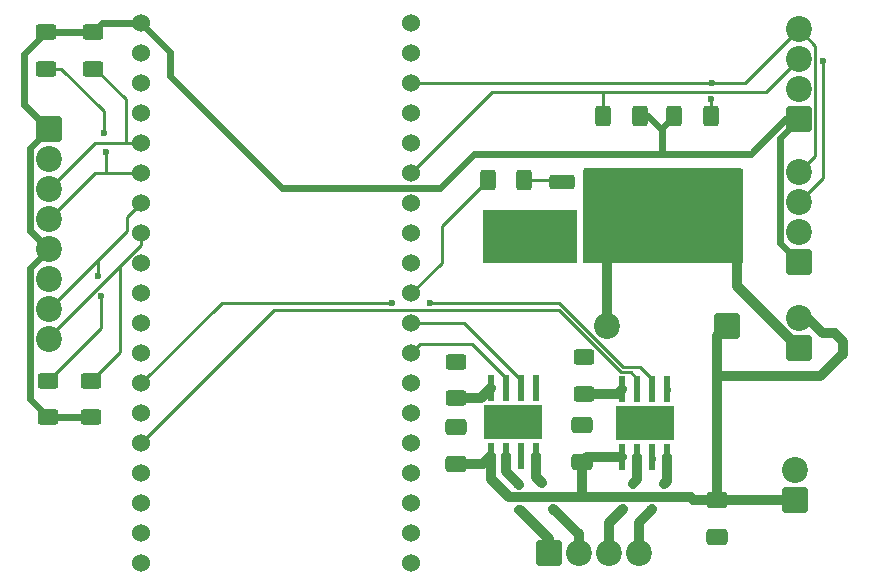
<source format=gtl>
%TF.GenerationSoftware,KiCad,Pcbnew,9.0.5*%
%TF.CreationDate,2025-11-06T15:20:43-08:00*%
%TF.ProjectId,ME507-EMBER,4d453530-372d-4454-9d42-45522e6b6963,rev?*%
%TF.SameCoordinates,Original*%
%TF.FileFunction,Copper,L1,Top*%
%TF.FilePolarity,Positive*%
%FSLAX46Y46*%
G04 Gerber Fmt 4.6, Leading zero omitted, Abs format (unit mm)*
G04 Created by KiCad (PCBNEW 9.0.5) date 2025-11-06 15:20:43*
%MOMM*%
%LPD*%
G01*
G04 APERTURE LIST*
G04 Aperture macros list*
%AMRoundRect*
0 Rectangle with rounded corners*
0 $1 Rounding radius*
0 $2 $3 $4 $5 $6 $7 $8 $9 X,Y pos of 4 corners*
0 Add a 4 corners polygon primitive as box body*
4,1,4,$2,$3,$4,$5,$6,$7,$8,$9,$2,$3,0*
0 Add four circle primitives for the rounded corners*
1,1,$1+$1,$2,$3*
1,1,$1+$1,$4,$5*
1,1,$1+$1,$6,$7*
1,1,$1+$1,$8,$9*
0 Add four rect primitives between the rounded corners*
20,1,$1+$1,$2,$3,$4,$5,0*
20,1,$1+$1,$4,$5,$6,$7,0*
20,1,$1+$1,$6,$7,$8,$9,0*
20,1,$1+$1,$8,$9,$2,$3,0*%
G04 Aperture macros list end*
%TA.AperFunction,SMDPad,CuDef*%
%ADD10RoundRect,0.250000X-0.625000X0.400000X-0.625000X-0.400000X0.625000X-0.400000X0.625000X0.400000X0*%
%TD*%
%TA.AperFunction,SMDPad,CuDef*%
%ADD11RoundRect,0.250000X0.625000X-0.400000X0.625000X0.400000X-0.625000X0.400000X-0.625000X-0.400000X0*%
%TD*%
%TA.AperFunction,SMDPad,CuDef*%
%ADD12RoundRect,0.250000X0.650000X-0.412500X0.650000X0.412500X-0.650000X0.412500X-0.650000X-0.412500X0*%
%TD*%
%TA.AperFunction,ComponentPad*%
%ADD13RoundRect,0.249999X0.850001X-0.850001X0.850001X0.850001X-0.850001X0.850001X-0.850001X-0.850001X0*%
%TD*%
%TA.AperFunction,ComponentPad*%
%ADD14C,2.200000*%
%TD*%
%TA.AperFunction,ComponentPad*%
%ADD15C,1.524000*%
%TD*%
%TA.AperFunction,SMDPad,CuDef*%
%ADD16R,0.500000X2.200000*%
%TD*%
%TA.AperFunction,ComponentPad*%
%ADD17C,0.630000*%
%TD*%
%TA.AperFunction,SMDPad,CuDef*%
%ADD18R,4.900000X2.950000*%
%TD*%
%TA.AperFunction,SMDPad,CuDef*%
%ADD19RoundRect,0.250000X-0.650000X0.412500X-0.650000X-0.412500X0.650000X-0.412500X0.650000X0.412500X0*%
%TD*%
%TA.AperFunction,ComponentPad*%
%ADD20RoundRect,0.249999X-0.850001X-0.850001X0.850001X-0.850001X0.850001X0.850001X-0.850001X0.850001X0*%
%TD*%
%TA.AperFunction,SMDPad,CuDef*%
%ADD21RoundRect,0.250000X0.400000X0.625000X-0.400000X0.625000X-0.400000X-0.625000X0.400000X-0.625000X0*%
%TD*%
%TA.AperFunction,SMDPad,CuDef*%
%ADD22RoundRect,0.250000X-0.850000X-0.350000X0.850000X-0.350000X0.850000X0.350000X-0.850000X0.350000X0*%
%TD*%
%TA.AperFunction,SMDPad,CuDef*%
%ADD23RoundRect,0.249997X-2.950003X-2.650003X2.950003X-2.650003X2.950003X2.650003X-2.950003X2.650003X0*%
%TD*%
%TA.AperFunction,SMDPad,CuDef*%
%ADD24RoundRect,0.250000X-0.400000X-0.625000X0.400000X-0.625000X0.400000X0.625000X-0.400000X0.625000X0*%
%TD*%
%TA.AperFunction,ComponentPad*%
%ADD25RoundRect,0.249999X0.850001X0.850001X-0.850001X0.850001X-0.850001X-0.850001X0.850001X-0.850001X0*%
%TD*%
%TA.AperFunction,ComponentPad*%
%ADD26RoundRect,0.249999X-0.850001X0.850001X-0.850001X-0.850001X0.850001X-0.850001X0.850001X0.850001X0*%
%TD*%
%TA.AperFunction,ViaPad*%
%ADD27C,0.600000*%
%TD*%
%TA.AperFunction,Conductor*%
%ADD28C,0.609600*%
%TD*%
%TA.AperFunction,Conductor*%
%ADD29C,0.254000*%
%TD*%
%TA.AperFunction,Conductor*%
%ADD30C,0.812800*%
%TD*%
G04 APERTURE END LIST*
D10*
%TO.P,R3,1*%
%TO.N,Net-(ESP32-GPIO32{slash}ADC4)*%
X45200000Y-70980000D03*
%TO.P,R3,2*%
%TO.N,+3V3*%
X45200000Y-74080000D03*
%TD*%
D11*
%TO.P,R2,1*%
%TO.N,Net-(ESP32-GPI35{slash}ADC7)*%
X45000000Y-44550000D03*
%TO.P,R2,2*%
%TO.N,+3V3*%
X45000000Y-41450000D03*
%TD*%
D12*
%TO.P,C1,1*%
%TO.N,/Vm*%
X90360000Y-77885000D03*
%TO.P,C1,2*%
%TO.N,GND*%
X90360000Y-74760000D03*
%TD*%
D10*
%TO.P,R8,1*%
%TO.N,GND*%
X79700000Y-69380000D03*
%TO.P,R8,2*%
%TO.N,Net-(U1-ILIM)*%
X79700000Y-72480000D03*
%TD*%
D13*
%TO.P,J2,1,Pin_1*%
%TO.N,+3V3*%
X108720000Y-48860000D03*
D14*
%TO.P,J2,2,Pin_2*%
%TO.N,GND*%
X108720000Y-46320000D03*
%TO.P,J2,3,Pin_3*%
%TO.N,Net-(ESP32-GPIO21{slash}SDA)*%
X108720000Y-43780000D03*
%TO.P,J2,4,Pin_4*%
%TO.N,Net-(ESP32-GPIO22{slash}SCL)*%
X108720000Y-41240000D03*
%TD*%
D12*
%TO.P,C3,1*%
%TO.N,/Vm*%
X79730000Y-77992500D03*
%TO.P,C3,2*%
%TO.N,GND*%
X79730000Y-74867500D03*
%TD*%
D10*
%TO.P,R4,1*%
%TO.N,Net-(ESP32-GPIO33{slash}ADC5)*%
X48840000Y-70980000D03*
%TO.P,R4,2*%
%TO.N,+3V3*%
X48840000Y-74080000D03*
%TD*%
%TO.P,R9,1*%
%TO.N,GND*%
X90530000Y-68982500D03*
%TO.P,R9,2*%
%TO.N,Net-(U2-ILIM)*%
X90530000Y-72082500D03*
%TD*%
D15*
%TO.P,ESP32,1,3V3*%
%TO.N,+3V3*%
X53080000Y-40698283D03*
%TO.P,ESP32,2,~{RST/EN}*%
%TO.N,unconnected-(ESP32-~{RST{slash}EN}-Pad2)*%
X53080000Y-43238283D03*
%TO.P,ESP32,3,GPIO36/ADC0*%
%TO.N,unconnected-(ESP32-GPIO36{slash}ADC0-Pad3)*%
X53080000Y-45778283D03*
%TO.P,ESP32,4,GPI39/ADC3*%
%TO.N,unconnected-(ESP32-GPI39{slash}ADC3-Pad4)*%
X53080000Y-48318283D03*
%TO.P,ESP32,5,GPI34/ADC6*%
%TO.N,Net-(ESP32-GPI34{slash}ADC6)*%
X53080000Y-50858283D03*
%TO.P,ESP32,6,GPI35/ADC7*%
%TO.N,Net-(ESP32-GPI35{slash}ADC7)*%
X53080000Y-53398283D03*
%TO.P,ESP32,7,GPIO32/ADC4*%
%TO.N,Net-(ESP32-GPIO32{slash}ADC4)*%
X53080000Y-55938283D03*
%TO.P,ESP32,8,GPIO33/ADC5*%
%TO.N,Net-(ESP32-GPIO33{slash}ADC5)*%
X53080000Y-58478283D03*
%TO.P,ESP32,9,GPIO25/DAC1*%
%TO.N,unconnected-(ESP32-GPIO25{slash}DAC1-Pad9)*%
X53080000Y-61018283D03*
%TO.P,ESP32,10,GPIO26/DAC2*%
%TO.N,unconnected-(ESP32-GPIO26{slash}DAC2-Pad10)*%
X53080000Y-63558283D03*
%TO.P,ESP32,11,GPIO27*%
%TO.N,unconnected-(ESP32-GPIO27-Pad11)*%
X53080000Y-66098283D03*
%TO.P,ESP32,12,GPIO14*%
%TO.N,unconnected-(ESP32-GPIO14-Pad12)*%
X53080000Y-68638283D03*
%TO.P,ESP32,13,GPIO12*%
%TO.N,Net-(ESP32-GPIO12)*%
X53080000Y-71178283D03*
%TO.P,ESP32,14,GND*%
%TO.N,GND*%
X53080000Y-73718283D03*
%TO.P,ESP32,15,GPIO13*%
%TO.N,Net-(ESP32-GPIO13)*%
X53080000Y-76258283D03*
%TO.P,ESP32,16,(RX1/F-D2)*%
%TO.N,unconnected-(ESP32-(RX1{slash}F-D2)-Pad16)*%
X53080000Y-78798283D03*
%TO.P,ESP32,17,(TX1/F-D3)*%
%TO.N,unconnected-(ESP32-(TX1{slash}F-D3)-Pad17)*%
X53080000Y-81338283D03*
%TO.P,ESP32,18,(F-CMD)*%
%TO.N,unconnected-(ESP32-(F-CMD)-Pad18)*%
X53080000Y-83878283D03*
%TO.P,ESP32,19,Vin5V*%
%TO.N,unconnected-(ESP32-Vin5V-Pad19)*%
X53080000Y-86418283D03*
%TO.P,ESP32,20,(F-CK)*%
%TO.N,unconnected-(ESP32-(F-CK)-Pad20)*%
X75940000Y-86418283D03*
%TO.P,ESP32,21,(F-D0)*%
%TO.N,unconnected-(ESP32-(F-D0)-Pad21)*%
X75940000Y-83878283D03*
%TO.P,ESP32,22,(F-D1)*%
%TO.N,unconnected-(ESP32-(F-D1)-Pad22)*%
X75940000Y-81338283D03*
%TO.P,ESP32,23,GPIO15*%
%TO.N,unconnected-(ESP32-GPIO15-Pad23)*%
X75940000Y-78798283D03*
%TO.P,ESP32,24,GPIO2*%
%TO.N,unconnected-(ESP32-GPIO2-Pad24)*%
X75940000Y-76258283D03*
%TO.P,ESP32,25,GPIO0/~{PROG}*%
%TO.N,unconnected-(ESP32-GPIO0{slash}~{PROG}-Pad25)*%
X75940000Y-73718283D03*
%TO.P,ESP32,26,GPIO4*%
%TO.N,unconnected-(ESP32-GPIO4-Pad26)*%
X75940000Y-71178283D03*
%TO.P,ESP32,27,GPIO16/RX2*%
%TO.N,Net-(ESP32-GPIO16{slash}RX2)*%
X75940000Y-68638283D03*
%TO.P,ESP32,28,GPIO17/TX2*%
%TO.N,Net-(ESP32-GPIO17{slash}TX2)*%
X75940000Y-66098283D03*
%TO.P,ESP32,29,GPIO5*%
%TO.N,Net-(ESP32-GPIO5)*%
X75940000Y-63558283D03*
%TO.P,ESP32,30,GPIO18/SCK*%
%TO.N,unconnected-(ESP32-GPIO18{slash}SCK-Pad30)*%
X75940000Y-61018283D03*
%TO.P,ESP32,31,GPIO19/CIPO*%
%TO.N,unconnected-(ESP32-GPIO19{slash}CIPO-Pad31)*%
X75940000Y-58478283D03*
%TO.P,ESP32,32,GND*%
%TO.N,GND*%
X75940000Y-55938283D03*
%TO.P,ESP32,33,GPIO21/SDA*%
%TO.N,Net-(ESP32-GPIO21{slash}SDA)*%
X75940000Y-53398283D03*
%TO.P,ESP32,34,GPIO3/RX0*%
%TO.N,unconnected-(ESP32-GPIO3{slash}RX0-Pad34)*%
X75940000Y-50858283D03*
%TO.P,ESP32,35,GPIO1/TX0*%
%TO.N,unconnected-(ESP32-GPIO1{slash}TX0-Pad35)*%
X75940000Y-48318283D03*
%TO.P,ESP32,36,GPIO22/SCL*%
%TO.N,Net-(ESP32-GPIO22{slash}SCL)*%
X75940000Y-45778283D03*
%TO.P,ESP32,37,GPIO23/COPI*%
%TO.N,unconnected-(ESP32-GPIO23{slash}COPI-Pad37)*%
X75940000Y-43238283D03*
%TO.P,ESP32,38,GND*%
%TO.N,GND*%
X75940000Y-40698283D03*
%TD*%
D16*
%TO.P,U2,1,GND*%
%TO.N,GND*%
X97620000Y-71670000D03*
%TO.P,U2,2,IN2*%
%TO.N,Net-(ESP32-GPIO12)*%
X96350000Y-71670000D03*
%TO.P,U2,3,IN1*%
%TO.N,Net-(ESP32-GPIO13)*%
X95080000Y-71670000D03*
%TO.P,U2,4,ILIM*%
%TO.N,Net-(U2-ILIM)*%
X93810000Y-71670000D03*
%TO.P,U2,5,VM*%
%TO.N,/Vm*%
X93810000Y-77420000D03*
%TO.P,U2,6,OUT1*%
%TO.N,Net-(J4-Pin_3)*%
X95080000Y-77420000D03*
%TO.P,U2,7,GND*%
%TO.N,GND*%
X96350000Y-77420000D03*
%TO.P,U2,8,OUT2*%
%TO.N,Net-(J4-Pin_4)*%
X97620000Y-77420000D03*
D17*
%TO.P,U2,9,GND*%
%TO.N,GND*%
X97015000Y-73895000D03*
X95715000Y-73895000D03*
X94415000Y-73895000D03*
D18*
X95715000Y-74545000D03*
D17*
X97015000Y-75195000D03*
X95715000Y-75195000D03*
X94415000Y-75195000D03*
%TD*%
D19*
%TO.P,C4,1*%
%TO.N,/Vm*%
X101850000Y-81057500D03*
%TO.P,C4,2*%
%TO.N,GND*%
X101850000Y-84182500D03*
%TD*%
D20*
%TO.P,J4,1,Pin_1*%
%TO.N,Net-(J4-Pin_1)*%
X87560000Y-85610000D03*
D14*
%TO.P,J4,2,Pin_2*%
%TO.N,Net-(J4-Pin_2)*%
X90100000Y-85610000D03*
%TO.P,J4,3,Pin_3*%
%TO.N,Net-(J4-Pin_3)*%
X92640000Y-85610000D03*
%TO.P,J4,4,Pin_4*%
%TO.N,Net-(J4-Pin_4)*%
X95180000Y-85610000D03*
%TD*%
D21*
%TO.P,R6,1*%
%TO.N,Net-(ESP32-GPIO22{slash}SCL)*%
X101310000Y-48560000D03*
%TO.P,R6,2*%
%TO.N,+3V3*%
X98210000Y-48560000D03*
%TD*%
D13*
%TO.P,J1,1,Pin_1*%
%TO.N,/Q_D*%
X108760000Y-68190000D03*
D14*
%TO.P,J1,2,Pin_2*%
%TO.N,/Vm*%
X108760000Y-65650000D03*
%TD*%
D22*
%TO.P,Q1,1,G*%
%TO.N,Net-(Q1-G)*%
X88665000Y-54115000D03*
D23*
%TO.P,Q1,2,D*%
%TO.N,/Q_D*%
X94965000Y-56395000D03*
D22*
%TO.P,Q1,3,S*%
%TO.N,GND*%
X88665000Y-58675000D03*
%TD*%
D24*
%TO.P,R7,1*%
%TO.N,Net-(ESP32-GPIO5)*%
X82400000Y-54000000D03*
%TO.P,R7,2*%
%TO.N,Net-(Q1-G)*%
X85500000Y-54000000D03*
%TD*%
D11*
%TO.P,R1,1*%
%TO.N,Net-(ESP32-GPI34{slash}ADC6)*%
X49000000Y-44550000D03*
%TO.P,R1,2*%
%TO.N,+3V3*%
X49000000Y-41450000D03*
%TD*%
D25*
%TO.P,D1,1,K*%
%TO.N,/Vm*%
X102650000Y-66380000D03*
D14*
%TO.P,D1,2,A*%
%TO.N,/Q_D*%
X92490000Y-66380000D03*
%TD*%
D13*
%TO.P,J3,1,Pin_1*%
%TO.N,/Vm*%
X108460000Y-81040000D03*
D14*
%TO.P,J3,2,Pin_2*%
%TO.N,GND*%
X108460000Y-78500000D03*
%TD*%
D24*
%TO.P,R5,1*%
%TO.N,Net-(ESP32-GPIO21{slash}SDA)*%
X92190000Y-48570000D03*
%TO.P,R5,2*%
%TO.N,+3V3*%
X95290000Y-48570000D03*
%TD*%
D16*
%TO.P,U1,1,GND*%
%TO.N,GND*%
X86480000Y-71620000D03*
%TO.P,U1,2,IN2*%
%TO.N,Net-(ESP32-GPIO17{slash}TX2)*%
X85210000Y-71620000D03*
%TO.P,U1,3,IN1*%
%TO.N,Net-(ESP32-GPIO16{slash}RX2)*%
X83940000Y-71620000D03*
%TO.P,U1,4,ILIM*%
%TO.N,Net-(U1-ILIM)*%
X82670000Y-71620000D03*
%TO.P,U1,5,VM*%
%TO.N,/Vm*%
X82670000Y-77370000D03*
%TO.P,U1,6,OUT1*%
%TO.N,Net-(J4-Pin_1)*%
X83940000Y-77370000D03*
%TO.P,U1,7,GND*%
%TO.N,GND*%
X85210000Y-77370000D03*
%TO.P,U1,8,OUT2*%
%TO.N,Net-(J4-Pin_2)*%
X86480000Y-77370000D03*
D17*
%TO.P,U1,9,GND*%
%TO.N,GND*%
X85875000Y-73845000D03*
X84575000Y-73845000D03*
X83275000Y-73845000D03*
D18*
X84575000Y-74495000D03*
D17*
X85875000Y-75145000D03*
X84575000Y-75145000D03*
X83275000Y-75145000D03*
%TD*%
D13*
%TO.P,J6,1,Pin_1*%
%TO.N,+3V3*%
X108770000Y-60960000D03*
D14*
%TO.P,J6,2,Pin_2*%
%TO.N,GND*%
X108770000Y-58420000D03*
%TO.P,J6,3,Pin_3*%
%TO.N,Net-(ESP32-GPIO21{slash}SDA)*%
X108770000Y-55880000D03*
%TO.P,J6,4,Pin_4*%
%TO.N,Net-(ESP32-GPIO22{slash}SCL)*%
X108770000Y-53340000D03*
%TD*%
D26*
%TO.P,J5,1,Pin_1*%
%TO.N,+3V3*%
X45240000Y-49710000D03*
D14*
%TO.P,J5,2,Pin_2*%
%TO.N,GND*%
X45240000Y-52250000D03*
%TO.P,J5,3,Pin_3*%
%TO.N,Net-(ESP32-GPI34{slash}ADC6)*%
X45240000Y-54790000D03*
%TO.P,J5,4,Pin_4*%
%TO.N,Net-(ESP32-GPI35{slash}ADC7)*%
X45240000Y-57330000D03*
%TO.P,J5,5,Pin_5*%
%TO.N,+3V3*%
X45240000Y-59870000D03*
%TO.P,J5,6,Pin_6*%
%TO.N,GND*%
X45240000Y-62410000D03*
%TO.P,J5,7,Pin_7*%
%TO.N,Net-(ESP32-GPIO32{slash}ADC4)*%
X45240000Y-64950000D03*
%TO.P,J5,8,Pin_8*%
%TO.N,Net-(ESP32-GPIO33{slash}ADC5)*%
X45240000Y-67490000D03*
%TD*%
D27*
%TO.N,Net-(ESP32-GPIO32{slash}ADC4)*%
X49675129Y-63850000D03*
X49450000Y-62090000D03*
%TO.N,GND*%
X83000000Y-60000000D03*
X88500000Y-57000000D03*
X79730000Y-74867500D03*
X85000000Y-57000000D03*
X87000000Y-60000000D03*
X85000000Y-58500000D03*
X83000000Y-57000000D03*
X86480000Y-71620000D03*
X88500000Y-60000000D03*
X90530000Y-68982500D03*
X85000000Y-60000000D03*
X88665000Y-58675000D03*
X97690000Y-71750000D03*
X79700000Y-69380000D03*
X87000000Y-58500000D03*
X83000000Y-58500000D03*
X96360000Y-77600000D03*
X90360000Y-74760000D03*
X101850000Y-84182500D03*
X87000000Y-57000000D03*
X85200000Y-77350000D03*
%TO.N,Net-(ESP32-GPI35{slash}ADC7)*%
X49930000Y-50000000D03*
X50080000Y-51580000D03*
%TO.N,Net-(ESP32-GPIO21{slash}SDA)*%
X110830000Y-43920000D03*
%TO.N,Net-(ESP32-GPIO22{slash}SCL)*%
X101310000Y-47170000D03*
X101390000Y-45778283D03*
%TO.N,Net-(ESP32-GPIO12)*%
X77500000Y-64380000D03*
X74310000Y-64380000D03*
%TO.N,Net-(J4-Pin_3)*%
X94690000Y-79726200D03*
X93860000Y-81840000D03*
%TO.N,Net-(J4-Pin_4)*%
X96350000Y-81833800D03*
X97340000Y-79740000D03*
%TO.N,Net-(J4-Pin_2)*%
X86980000Y-79620000D03*
X87943800Y-81833800D03*
%TO.N,Net-(J4-Pin_1)*%
X85050000Y-79806200D03*
X85100000Y-81920000D03*
%TO.N,/Q_D*%
X103500000Y-55000000D03*
X96000000Y-53500000D03*
X102000000Y-53500000D03*
X99000000Y-55000000D03*
X94500000Y-55000000D03*
X94500000Y-56500000D03*
X91500000Y-58500000D03*
X103500000Y-58500000D03*
X96000000Y-58500000D03*
X97500000Y-55000000D03*
X100500000Y-58500000D03*
X93000000Y-55000000D03*
X93000000Y-58500000D03*
X102000000Y-55000000D03*
X102000000Y-58500000D03*
X103500000Y-60000000D03*
X91500000Y-55000000D03*
X97500000Y-60000000D03*
X102000000Y-56500000D03*
X93000000Y-56500000D03*
X99000000Y-56500000D03*
X91500000Y-56500000D03*
X94500000Y-60000000D03*
X94500000Y-53500000D03*
X93000000Y-60000000D03*
X97500000Y-58500000D03*
X97500000Y-53500000D03*
X100500000Y-56500000D03*
X103500000Y-56500000D03*
X99000000Y-60000000D03*
X100500000Y-60000000D03*
X97500000Y-56500000D03*
X93000000Y-53500000D03*
X96000000Y-56500000D03*
X100500000Y-55000000D03*
X96000000Y-55000000D03*
X96000000Y-60000000D03*
X102000000Y-60000000D03*
X99000000Y-53500000D03*
X99000000Y-58500000D03*
X94500000Y-58500000D03*
X103500000Y-53500000D03*
X91500000Y-53500000D03*
X91500000Y-60000000D03*
X100500000Y-53500000D03*
%TD*%
D28*
%TO.N,+3V3*%
X78333917Y-54666083D02*
X81240000Y-51760000D01*
X43634200Y-72514200D02*
X45200000Y-74080000D01*
X97200000Y-49570000D02*
X96980000Y-49570000D01*
X48840000Y-74080000D02*
X45200000Y-74080000D01*
X43634200Y-61475800D02*
X43634200Y-72514200D01*
X97200000Y-49570000D02*
X98210000Y-48560000D01*
X104690000Y-51760000D02*
X107590000Y-48860000D01*
X97200000Y-51760000D02*
X97200000Y-49570000D01*
X43634200Y-58264200D02*
X45240000Y-59870000D01*
X55500000Y-43118283D02*
X55500000Y-45160376D01*
X107590000Y-48860000D02*
X108720000Y-48860000D01*
X81240000Y-51760000D02*
X97200000Y-51760000D01*
X107164200Y-50415800D02*
X107164200Y-59354200D01*
X53080000Y-40698283D02*
X49751717Y-40698283D01*
X53080000Y-40698283D02*
X55500000Y-43118283D01*
X45240000Y-59870000D02*
X43634200Y-61475800D01*
X95980000Y-48570000D02*
X95290000Y-48570000D01*
X55500000Y-45160376D02*
X65005707Y-54666083D01*
X96980000Y-49570000D02*
X95980000Y-48570000D01*
X65005707Y-54666083D02*
X78333917Y-54666083D01*
X97200000Y-51760000D02*
X104690000Y-51760000D01*
X49000000Y-41450000D02*
X45000000Y-41450000D01*
X43170000Y-43280000D02*
X43170000Y-47640000D01*
X49751717Y-40698283D02*
X49000000Y-41450000D01*
X45000000Y-41450000D02*
X43170000Y-43280000D01*
X43170000Y-47640000D02*
X45240000Y-49710000D01*
X45240000Y-49710000D02*
X43634200Y-51315800D01*
X43634200Y-51315800D02*
X43634200Y-58264200D01*
X107164200Y-59354200D02*
X108770000Y-60960000D01*
X108720000Y-48860000D02*
X107164200Y-50415800D01*
D29*
%TO.N,Net-(ESP32-GPIO32{slash}ADC4)*%
X51880000Y-57138283D02*
X53080000Y-55938283D01*
X45240000Y-64950000D02*
X49450000Y-60740000D01*
X49450000Y-60740000D02*
X49450000Y-62090000D01*
X51880000Y-58310000D02*
X51880000Y-57138283D01*
X49675129Y-66504871D02*
X49675129Y-63850000D01*
X45200000Y-70980000D02*
X49675129Y-66504871D01*
X49450000Y-60740000D02*
X51880000Y-58310000D01*
D30*
%TO.N,/Vm*%
X101850000Y-81057500D02*
X99827500Y-81057500D01*
X110577521Y-70620000D02*
X101850000Y-70620000D01*
X82670000Y-79282800D02*
X82670000Y-77370000D01*
X110799879Y-66982600D02*
X111800121Y-66982600D01*
X101850000Y-67180000D02*
X102650000Y-66380000D01*
X108760000Y-65650000D02*
X109467279Y-65650000D01*
X101867500Y-81040000D02*
X101850000Y-81057500D01*
X101850000Y-70620000D02*
X101850000Y-67180000D01*
X109467279Y-65650000D02*
X110799879Y-66982600D01*
X79730000Y-77992500D02*
X82047500Y-77992500D01*
X99827500Y-81057500D02*
X99590000Y-80820000D01*
X90380000Y-80820000D02*
X84207200Y-80820000D01*
X90825000Y-77420000D02*
X90360000Y-77885000D01*
X112507400Y-68690121D02*
X110577521Y-70620000D01*
X93810000Y-77420000D02*
X90825000Y-77420000D01*
X111800121Y-66982600D02*
X112507400Y-67689879D01*
X90360000Y-77885000D02*
X90360000Y-80800000D01*
X90360000Y-80800000D02*
X90380000Y-80820000D01*
X108460000Y-81040000D02*
X101867500Y-81040000D01*
X99590000Y-80820000D02*
X90380000Y-80820000D01*
X82047500Y-77992500D02*
X82670000Y-77370000D01*
X84207200Y-80820000D02*
X82670000Y-79282800D01*
X101850000Y-81057500D02*
X101850000Y-70620000D01*
X112507400Y-67689879D02*
X112507400Y-68690121D01*
D29*
%TO.N,Net-(ESP32-GPI35{slash}ADC7)*%
X50080000Y-53398283D02*
X53080000Y-53398283D01*
X45000000Y-44550000D02*
X46320000Y-44550000D01*
X50080000Y-53398283D02*
X50080000Y-51580000D01*
X46320000Y-44550000D02*
X49730000Y-47960000D01*
X49730000Y-47960000D02*
X49930000Y-48160000D01*
X49171717Y-53398283D02*
X50080000Y-53398283D01*
X49930000Y-48160000D02*
X49930000Y-50000000D01*
X45240000Y-57330000D02*
X49171717Y-53398283D01*
%TO.N,Net-(ESP32-GPIO16{slash}RX2)*%
X81046284Y-67876284D02*
X83940000Y-70770000D01*
X83940000Y-70770000D02*
X83940000Y-71620000D01*
X76701999Y-67876284D02*
X81046284Y-67876284D01*
X75940000Y-68638283D02*
X76701999Y-67876284D01*
%TO.N,Net-(ESP32-GPIO21{slash}SDA)*%
X92010000Y-46540000D02*
X93090000Y-46540000D01*
X92190000Y-46550000D02*
X92190000Y-48570000D01*
X110830000Y-43920000D02*
X110830000Y-43910000D01*
X93090000Y-46540000D02*
X105960000Y-46540000D01*
X75940000Y-53398283D02*
X82798283Y-46540000D01*
X82798283Y-46540000D02*
X92010000Y-46540000D01*
X105960000Y-46540000D02*
X108720000Y-43780000D01*
X108770000Y-55880000D02*
X110830000Y-53820000D01*
X110830000Y-53820000D02*
X110830000Y-43920000D01*
%TO.N,Net-(ESP32-GPIO33{slash}ADC5)*%
X45240000Y-67490000D02*
X45240000Y-67316790D01*
X48840000Y-63716790D02*
X53080000Y-59476790D01*
X48840000Y-70980000D02*
X51250000Y-68570000D01*
X53080000Y-59476790D02*
X53080000Y-58478283D01*
X45240000Y-67316790D02*
X48840000Y-63716790D01*
X51250000Y-61306790D02*
X48840000Y-63716790D01*
X51250000Y-68570000D02*
X51250000Y-61306790D01*
%TO.N,Net-(ESP32-GPIO13)*%
X53080000Y-76258283D02*
X64330000Y-65008283D01*
X94502000Y-70242000D02*
X95080000Y-70820000D01*
X64330000Y-65008283D02*
X88418283Y-65008283D01*
X93652000Y-70242000D02*
X94502000Y-70242000D01*
X88418283Y-65008283D02*
X93652000Y-70242000D01*
X95080000Y-70820000D02*
X95080000Y-71670000D01*
%TO.N,Net-(ESP32-GPIO17{slash}TX2)*%
X80424283Y-66098283D02*
X85210000Y-70884000D01*
X75940000Y-66098283D02*
X80424283Y-66098283D01*
X85210000Y-70884000D02*
X85210000Y-71620000D01*
%TO.N,Net-(ESP32-GPIO22{slash}SCL)*%
X110148000Y-51962000D02*
X110148000Y-42668000D01*
X101310000Y-48560000D02*
X101310000Y-47170000D01*
X110148000Y-42668000D02*
X108720000Y-41240000D01*
X104181717Y-45778283D02*
X108720000Y-41240000D01*
X75940000Y-45778283D02*
X101390000Y-45778283D01*
X101390000Y-45778283D02*
X104181717Y-45778283D01*
X108770000Y-53340000D02*
X110148000Y-51962000D01*
X101310000Y-47170000D02*
X101310000Y-46995000D01*
%TO.N,Net-(ESP32-GPI34{slash}ADC6)*%
X45240000Y-54790000D02*
X49171717Y-50858283D01*
X49160000Y-44550000D02*
X51770000Y-47160000D01*
X49171717Y-50858283D02*
X51770000Y-50858283D01*
X51770000Y-50858283D02*
X53080000Y-50858283D01*
X51770000Y-47160000D02*
X51770000Y-50858283D01*
X49000000Y-44550000D02*
X49160000Y-44550000D01*
%TO.N,Net-(ESP32-GPIO12)*%
X93877503Y-69787000D02*
X95317000Y-69787000D01*
X95317000Y-69787000D02*
X96350000Y-70820000D01*
X53080000Y-71178283D02*
X59878283Y-64380000D01*
X88470503Y-64380000D02*
X93877503Y-69787000D01*
X96350000Y-70820000D02*
X96350000Y-71670000D01*
X59878283Y-64380000D02*
X74310000Y-64380000D01*
X77500000Y-64380000D02*
X88470503Y-64380000D01*
%TO.N,Net-(ESP32-GPIO5)*%
X78500000Y-60998283D02*
X78500000Y-57900000D01*
X75940000Y-63558283D02*
X75940000Y-63171873D01*
X75940000Y-63558283D02*
X78500000Y-60998283D01*
X78500000Y-57900000D02*
X82400000Y-54000000D01*
D30*
%TO.N,Net-(J4-Pin_3)*%
X92640000Y-85610000D02*
X92640000Y-83060000D01*
X95080000Y-79336200D02*
X94690000Y-79726200D01*
X95080000Y-77420000D02*
X95080000Y-79336200D01*
X92640000Y-83060000D02*
X93860000Y-81840000D01*
%TO.N,Net-(J4-Pin_4)*%
X95180000Y-83003800D02*
X96350000Y-81833800D01*
X97620000Y-77420000D02*
X97620000Y-79460000D01*
X97620000Y-79460000D02*
X97340000Y-79740000D01*
X97340000Y-79740000D02*
X97330000Y-79750000D01*
X95180000Y-85610000D02*
X95180000Y-83003800D01*
%TO.N,Net-(J4-Pin_2)*%
X86480000Y-79120000D02*
X86980000Y-79620000D01*
X87943800Y-81833800D02*
X87940000Y-81833800D01*
X90100000Y-85610000D02*
X90100000Y-83990000D01*
X90100000Y-83990000D02*
X87943800Y-81833800D01*
X86480000Y-77370000D02*
X86480000Y-79120000D01*
%TO.N,Net-(J4-Pin_1)*%
X87560000Y-85610000D02*
X87560000Y-84380000D01*
X83940000Y-77370000D02*
X83940000Y-78664800D01*
X87560000Y-84380000D02*
X85100000Y-81920000D01*
X83940000Y-78664800D02*
X85050000Y-79774800D01*
X85100000Y-81920000D02*
X85080000Y-81900000D01*
X85050000Y-79774800D02*
X85050000Y-79806200D01*
%TO.N,Net-(U2-ILIM)*%
X90530000Y-72082500D02*
X93397500Y-72082500D01*
X93397500Y-72082500D02*
X93810000Y-71670000D01*
%TO.N,Net-(U1-ILIM)*%
X81810000Y-72480000D02*
X82670000Y-71620000D01*
X79700000Y-72480000D02*
X81810000Y-72480000D01*
%TO.N,/Q_D*%
X103500000Y-62930000D02*
X103500000Y-60000000D01*
X92490000Y-60510000D02*
X93000000Y-60000000D01*
X108760000Y-68190000D02*
X103500000Y-62930000D01*
X108070000Y-68190000D02*
X108760000Y-68190000D01*
X92490000Y-66380000D02*
X92490000Y-60510000D01*
D29*
%TO.N,Net-(Q1-G)*%
X85500000Y-54000000D02*
X88550000Y-54000000D01*
X88550000Y-54000000D02*
X88665000Y-54115000D01*
%TD*%
%TA.AperFunction,Conductor*%
%TO.N,/Q_D*%
G36*
X103943039Y-53019685D02*
G01*
X103988794Y-53072489D01*
X104000000Y-53124000D01*
X104000000Y-60876000D01*
X103980315Y-60943039D01*
X103927511Y-60988794D01*
X103876000Y-61000000D01*
X90624000Y-61000000D01*
X90556961Y-60980315D01*
X90511206Y-60927511D01*
X90500000Y-60876000D01*
X90500000Y-53124000D01*
X90519685Y-53056961D01*
X90572489Y-53011206D01*
X90624000Y-53000000D01*
X103876000Y-53000000D01*
X103943039Y-53019685D01*
G37*
%TD.AperFunction*%
%TD*%
%TA.AperFunction,Conductor*%
%TO.N,GND*%
G36*
X89943039Y-56519685D02*
G01*
X89988794Y-56572489D01*
X90000000Y-56624000D01*
X90000000Y-60876000D01*
X89980315Y-60943039D01*
X89927511Y-60988794D01*
X89876000Y-61000000D01*
X82124000Y-61000000D01*
X82056961Y-60980315D01*
X82011206Y-60927511D01*
X82000000Y-60876000D01*
X82000000Y-56624000D01*
X82019685Y-56556961D01*
X82072489Y-56511206D01*
X82124000Y-56500000D01*
X89876000Y-56500000D01*
X89943039Y-56519685D01*
G37*
%TD.AperFunction*%
%TD*%
M02*

</source>
